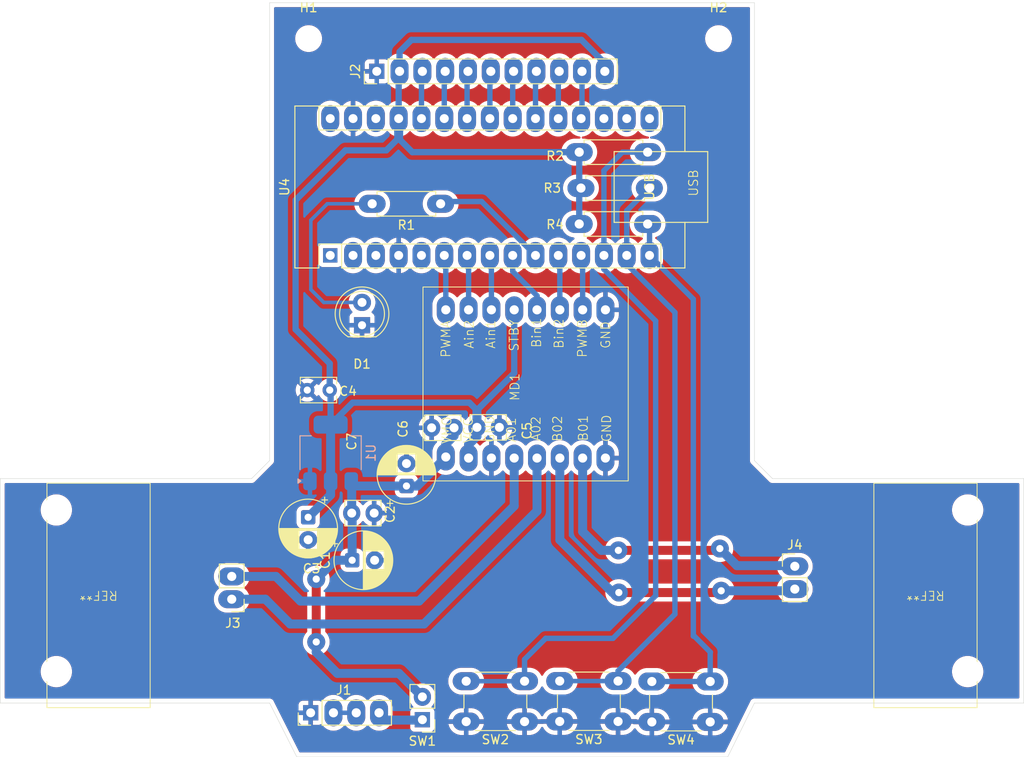
<source format=kicad_pcb>
(kicad_pcb (version 20241229) (generator "pcbnew") (generator_version "9.0")
  (layers (0 "F.Cu" signal) (2 "B.Cu" signal) (13 "F.Paste" user) (15 "B.Paste" user) (5 "F.SilkS" user "F.Silkscreen") (7 "B.SilkS" user "B.Silkscreen") (1 "F.Mask" user) (3 "B.Mask" user) (25 "Edge.Cuts" user))
  (net 0 "")
  (net 1 "/A3")
  (net 2 "/A1")
  (net 3 "/A6")
  (net 4 "/A0")
  (net 5 "/A5")
  (net 6 "/A7")
  (net 7 "/A4")
  (net 8 "GND")
  (net 9 "/A2")
  (net 10 "/Bin1")
  (net 11 "/PWMA")
  (net 12 "/MR2")
  (net 13 "/Ain2")
  (net 14 "/MR1")
  (net 15 "+5V")
  (net 16 "/ML2")
  (net 17 "/Ain1")
  (net 18 "/ML1")
  (net 19 "/Bin2")
  (net 20 "+7.5V")
  (net 21 "/PWMB")
  (net 22 "/SW1")
  (net 23 "/SW2")
  (net 24 "/SW3")
  (net 25 "Net-(D1-A)")
  (net 26 "Net-(J1-Pin_2)")
  (net 27 "Net-(J1-Pin_4)")
  (net 28 "/LED")
  (net 32 "/RX")
  (net 35 "/TX")
  (footprint "MountingHole:MountingHole_2.5mm" (layer "F.Cu") (at 173.7044 58.3524)
    (property "Reference" "H2" (at 0 -3.45 0) (layer "F.SilkS"))
    (property "Value" "MountingHole")
    (pad "" np_thru_hole circle (at 0 0) (size 2.5 2.5) (drill 2.5) (layers "*.Cu" "*.Mask"))
  )
  (footprint "Resistor_THT:R_Axial_DIN0207_L6.3mm_D2.5mm_P7.62mm_Horizontal" (layer "F.Cu") (at 165.81 71 180)
    (property "Reference" "R2" (at 10.31 -0.436 0) (layer "F.SilkS"))
    (property "Value" "10K")
    (pad "1" thru_hole oval (at 0 0 180) (size 3 2) (drill 1.02) (layers "*.Cu" "*.Mask") (net 22 "/SW1"))
    (pad "2" thru_hole oval (at 7.62 0 180) (size 3 2) (drill 1.02) (layers "*.Cu" "*.Mask") (net 15 "+5V"))
  )
  (footprint "MountingHole:MountingHole_2.5mm" (layer "F.Cu") (at 128.05 58.3524)
    (property "Reference" "H1" (at 0 -3.45 0) (layer "F.SilkS"))
    (property "Value" "MountingHole")
    (pad "" np_thru_hole circle (at 0 0) (size 2.5 2.5) (drill 2.5) (layers "*.Cu" "*.Mask"))
  )
  (footprint "prashantkicadlibrary:Motor Brackets" (layer "F.Cu") (at 196.7528 119.3688 180)
    (property "Reference" "REF**" (at 0 -1 180) (layer "F.SilkS") (effects (font (thickness 0.1))))
    (property "Value" "Motor Brackets")
    (pad "" np_thru_hole circle (at -4.7016 -9.4836 180) (size 3 3) (drill 3) (layers "*.Cu" "*.Mask"))
    (pad "" np_thru_hole circle (at -4.7016 8.5164 180) (size 3 3) (drill 3) (layers "*.Cu" "*.Mask"))
  )
  (footprint "Connector_PinHeader_2.54mm:PinHeader_1x02_P2.54mm_Vertical" (layer "F.Cu") (at 119.488 120.7912 180)
    (property "Reference" "J3" (at -0.127 -2.662 0) (layer "F.SilkS"))
    (property "Value" "Motor_Left")
    (pad "1" thru_hole oval (at 0 0 180) (size 3 2) (drill 1.02) (layers "*.Cu" "*.Mask") (net 16 "/ML2"))
    (pad "2" thru_hole oval (at 0 2.54 180) (size 3 2) (drill 1.02) (layers "*.Cu" "*.Mask") (net 18 "/ML1"))
  )
  (footprint "Button_Switch_THT:SW_PUSH_6mm" (layer "F.Cu") (at 152.1004 134.4204 180)
    (property "Reference" "SW2" (at 3.25 -2 0) (layer "F.SilkS"))
    (property "Value" "SW_Push")
    (pad "1" thru_hole oval (at 0 0 180) (size 3 2) (drill 1.02) (layers "*.Cu" "*.Mask") (net 8 "GND"))
    (pad "1" thru_hole oval (at 6.5 0 180) (size 3 2) (drill 1.02) (layers "*.Cu" "*.Mask") (net 8 "GND"))
    (pad "2" thru_hole oval (at 0 4.5 180) (size 3 2) (drill 1.02) (layers "*.Cu" "*.Mask") (net 22 "/SW1"))
    (pad "2" thru_hole oval (at 6.5 4.5 180) (size 3 2) (drill 1.02) (layers "*.Cu" "*.Mask") (net 22 "/SW1"))
  )
  (footprint "Connector_PinHeader_2.54mm:PinHeader_1x04_P2.54mm_Vertical" (layer "F.Cu") (at 128.2764 133.4404 90)
    (property "Reference" "J1" (at 2.54 3.683 180) (layer "F.SilkS"))
    (property "Value" "Power_supply")
    (pad "1" thru_hole rect (at 0 0 90) (size 1.7 1.7) (drill 1) (layers "*.Cu" "*.Mask") (net 8 "GND"))
    (pad "2" thru_hole oval (at 0 2.54 90) (size 3 2) (drill 1.02) (layers "*.Cu" "*.Mask") (net 26 "Net-(J1-Pin_2)"))
    (pad "3" thru_hole oval (at 0 5.08 90) (size 3 2) (drill 1.02) (layers "*.Cu" "*.Mask") (net 26 "Net-(J1-Pin_2)"))
    (pad "4" thru_hole oval (at 0 7.62 90) (size 3 2) (drill 1.02) (layers "*.Cu" "*.Mask") (net 27 "Net-(J1-Pin_4)"))
  )
  (footprint "Connector_PinHeader_2.54mm:PinHeader_1x02_P2.54mm_Vertical" (layer "F.Cu") (at 182.2 117.125)
    (property "Reference" "J4" (at 0 -2.38 0) (layer "F.SilkS"))
    (property "Value" "Motor_Right")
    (pad "1" thru_hole oval (at 0 0) (size 3 2) (drill 1.02) (layers "*.Cu" "*.Mask") (net 12 "/MR2"))
    (pad "2" thru_hole oval (at 0 2.54) (size 3 2) (drill 1.02) (layers "*.Cu" "*.Mask") (net 14 "/MR1"))
  )
  (footprint "Capacitor_THT:CP_Radial_D6.3mm_P2.50mm" (layer "F.Cu") (at 132.9 116.45)
    (property "Reference" "C1" (at -3.00862 0 90) (layer "F.SilkS"))
    (property "Value" "10uf")
    (pad "1" thru_hole roundrect (at 0 0) (size 1.6 1.6) (drill 0.8) (layers "*.Cu" "*.Mask") (roundrect_rratio 0.15625) (net 20 "+7.5V"))
    (pad "2" thru_hole oval (at 2.5 0) (size 1.905 2) (drill 1) (layers "*.Cu" "*.Mask") (net 8 "GND"))
  )
  (footprint "Connector_PinHeader_2.54mm:PinHeader_1x02_P2.54mm_Vertical" (layer "F.Cu") (at 140.7224 134.2074 180)
    (property "Reference" "SW1" (at 0 -2.38 0) (layer "F.SilkS"))
    (property "Value" "SW_SPST")
    (pad "1" thru_hole rect (at 0 0 180) (size 1.7 1.7) (drill 1) (layers "*.Cu" "*.Mask") (net 27 "Net-(J1-Pin_4)"))
    (pad "2" thru_hole oval (at 0 2.54 180) (size 1.905 2) (drill 1) (layers "*.Cu" "*.Mask") (net 20 "+7.5V"))
  )
  (footprint "LED_THT:LED_D5.0mm" (layer "F.Cu") (at 134 90.275 90)
    (property "Reference" "D1" (at -4.318 0 180) (layer "F.SilkS"))
    (property "Value" "LED")
    (pad "1" thru_hole rect (at 0 0 90) (size 1.8 1.8) (drill 0.9) (layers "*.Cu" "*.Mask") (net 8 "GND"))
    (pad "2" thru_hole oval (at 2.54 0 90) (size 1.905 2) (drill 1) (layers "*.Cu" "*.Mask") (net 25 "Net-(D1-A)"))
  )
  (footprint "micromouse1.0:tbfng motor driver" (layer "F.Cu") (at 152.2192 97.45 90)
    (property "Reference" "MD1" (at 0.3 -1.2 90) (layer "F.SilkS") (effects (font (thickness 0.1))))
    (property "Value" "~")
    (fp_text user "GND" (at 4.5 9.5 90) (layer "F.SilkS") (effects (font (thickness 0.1)) (justify left bottom)))
    (fp_text user "PWMA" (at 3.5 -8.3 90) (layer "F.SilkS") (effects (font (thickness 0.1)) (justify left bottom)))
    (fp_text user "B01" (at -5.8 7 90) (layer "F.SilkS") (effects (font (thickness 0.1)) (justify left bottom)))
    (fp_text user "Bin1" (at 4.6 1.8 90) (layer "F.SilkS") (effects (font (thickness 0.1)) (justify left bottom)))
    (fp_text user "A02" (at -5.8 1.740482 90) (layer "F.SilkS") (effects (font (thickness 0.1)) (justify left bottom)))
    (fp_text user "STBY" (at 4.2 -0.7 90) (layer "F.SilkS") (effects (font (thickness 0.1)) (justify left bottom)))
    (fp_text user "B02" (at -5.86064 4.135764 90) (layer "F.SilkS") (effects (font (thickness 0.1)) (justify left bottom)))
    (fp_text user "Bin2" (at 4.5 4.3 90) (layer "F.SilkS") (effects (font (thickness 0.1)) (justify left bottom)))
    (fp_text user "PWMB" (at 3.5 6.9 90) (layer "F.SilkS") (effects (font (thickness 0.1)) (justify left bottom)))
    (fp_text user "VMO" (at -6.1 -8.2 90) (layer "F.SilkS") (effects (font (thickness 0.1)) (justify left bottom)))
    (fp_text user "A01" (at -5.927114 -1.006122 90) (layer "F.SilkS") (effects (font (thickness 0.1)) (justify left bottom)))
    (fp_text user "Ain1" (at 4.5 -3.3 90) (layer "F.SilkS") (effects (font (thickness 0.1)) (justify left bottom)))
    (fp_text user "GND" (at -5.986263 -3.401675 90) (layer "F.SilkS") (effects (font (thickness 0.1)) (justify left bottom)))
    (fp_text user "Ain2" (at 4.5 -5.7 90) (layer "F.SilkS") (effects (font (thickness 0.1)) (justify left bottom)))
    (fp_text user "GND" (at -5.9 9.6 90) (layer "F.SilkS") (effects (font (thickness 0.1)) (justify left bottom)))
    (fp_text user "VCC" (at -6.021405 -5.809036 90) (layer "F.SilkS") (effects (font (thickness 0.1)) (justify left bottom)))
    (pad "1" thru_hole oval (at -7.5 -8.89 90) (size 3 2) (drill 1.02) (layers "*.Cu" "*.Mask") (net 20 "+7.5V"))
    (pad "2" thru_hole oval (at -7.62 -6.35 90) (size 3 2) (drill 1.02) (layers "*.Cu" "*.Mask") (net 15 "+5V"))
    (pad "3" thru_hole oval (at -7.62 -3.81 90) (size 3 2) (drill 1.02) (layers "*.Cu" "*.Mask") (net 8 "GND"))
    (pad "4" thru_hole oval (at -7.62 -1.27 90) (size 3 2) (drill 1.02) (layers "*.Cu" "*.Mask") (net 18 "/ML1"))
    (pad "5" thru_hole oval (at -7.62 1.27 90) (size 3 2) (drill 1.02) (layers "*.Cu" "*.Mask") (net 16 "/ML2"))
    (pad "6" thru_hole oval (at -7.62 3.81 90) (size 3 2) (drill 1.02) (layers "*.Cu" "*.Mask") (net 14 "/MR1"))
    (pad "7" thru_hole oval (at -7.62 6.35 90) (size 3 2) (drill 1.02) (layers "*.Cu" "*.Mask") (net 12 "/MR2"))
    (pad "8" thru_hole oval (at -7.62 8.89 90) (size 3 2) (drill 1.02) (layers "*.Cu" "*.Mask") (net 8 "GND"))
    (pad "9" thru_hole oval (at 8.89 8.89 90) (size 3 2) (drill 1.02) (layers "*.Cu" "*.Mask") (net 8 "GND"))
    (pad "10" thru_hole oval (at 8.89 6.35 90) (size 3 2) (drill 1.02) (layers "*.Cu" "*.Mask") (net 21 "/PWMB"))
    (pad "11" thru_hole oval (at 8.89 3.81 90) (size 3 2) (drill 1.02) (layers "*.Cu" "*.Mask") (net 19 "/Bin2"))
    (pad "12" thru_hole oval (at 8.89 1.27 90) (size 3 2) (drill 1.02) (layers "*.Cu" "*.Mask") (net 10 "/Bin1"))
    (pad "13" thru_hole oval (at 8.89 -1.27 90) (size 3 2) (drill 1.02) (layers "*.Cu" "*.Mask") (net 15 "+5V"))
    (pad "14" thru_hole oval (at 8.89 -3.81 90) (size 3 2) (drill 1.02) (layers "*.Cu" "*.Mask") (net 17 "/Ain1"))
    (pad "15" thru_hole oval (at 8.89 -6.35 90) (size 3 2) (drill 1.02) (layers "*.Cu" "*.Mask") (net 13 "/Ain2"))
    (pad "16" thru_hole oval (at 8.89 -8.89 90) (size 3 2) (drill 1.02) (layers "*.Cu" "*.Mask") (net 11 "/PWMA"))
  )
  (footprint "Capacitor_THT:C_Disc_D3.8mm_W2.6mm_P2.50mm" (layer "F.Cu") (at 149.3 101.65 180)
    (property "Reference" "C5" (at -3.068 -0.381 90) (layer "F.SilkS"))
    (property "Value" "100nf")
    (pad "1" thru_hole oval (at 0 0 180) (size 1.905 2) (drill 1) (layers "*.Cu" "*.Mask") (net 8 "GND"))
    (pad "2" thru_hole oval (at 2.5 0 180) (size 1.905 2) (drill 1) (layers "*.Cu" "*.Mask") (net 15 "+5V"))
  )
  (footprint "Resistor_THT:R_Axial_DIN0207_L6.3mm_D2.5mm_P7.62mm_Horizontal" (layer "F.Cu") (at 166 75 180)
    (property "Reference" "R3" (at 10.81 0 0) (layer "F.SilkS"))
    (property "Value" "10K")
    (pad "1" thru_hole oval (at 0 0 180) (size 3 2) (drill 1.02) (layers "*.Cu" "*.Mask") (net 23 "/SW2"))
    (pad "2" thru_hole oval (at 7.62 0 180) (size 3 2) (drill 1.02) (layers "*.Cu" "*.Mask") (net 15 "+5V"))
  )
  (footprint "Resistor_THT:R_Axial_DIN0207_L6.3mm_D2.5mm_P7.62mm_Horizontal" (layer "F.Cu") (at 165.81 79 180)
    (property "Reference" "R4" (at 10.31 -0.064 0) (layer "F.SilkS"))
    (property "Value" "10K")
    (pad "1" thru_hole oval (at 0 0 180) (size 3 2) (drill 1.02) (layers "*.Cu" "*.Mask") (net 24 "/SW3"))
    (pad "2" thru_hole oval (at 7.62 0 180) (size 3 2) (drill 1.02) (layers "*.Cu" "*.Mask") (net 15 "+5V"))
  )
  (footprint "Capacitor_THT:C_Disc_D3.8mm_W2.6mm_P2.50mm" (layer "F.Cu") (at 132.85 111.2)
    (property "Reference" "C2" (at 4.27038 0.127 90) (layer "F.SilkS"))
    (property "Value" "100nf")
    (pad "1" thru_hole oval (at 0 0) (size 1.905 2) (drill 1) (layers "*.Cu" "*.Mask") (net 20 "+7.5V"))
    (pad "2" thru_hole oval (at 2.5 0) (size 1.905 2) (drill 1) (layers "*.Cu" "*.Mask") (net 8 "GND"))
  )
  (footprint "Capacitor_THT:CP_Radial_D6.3mm_P2.50mm" (layer "F.Cu") (at 128 111.667621 -90)
    (property "Reference" "C3" (at 5.715 -0.381 0) (layer "F.SilkS"))
    (property "Value" "10uF")
    (pad "1" thru_hole roundrect (at 0 0 270) (size 1.6 1.6) (drill 0.8) (layers "*.Cu" "*.Mask") (roundrect_rratio 0.15625) (net 15 "+5V"))
    (pad "2" thru_hole oval (at 2.5 0 270) (size 1.905 2) (drill 1) (layers "*.Cu" "*.Mask") (net 8 "GND"))
  )
  (footprint "Capacitor_THT:C_Disc_D3.8mm_W2.6mm_P2.50mm" (layer "F.Cu") (at 130.4014 97.5 180)
    (property "Reference" "C4" (at -2.032 -0.127 0) (layer "F.SilkS"))
    (property "Value" "100nf")
    (pad "1" thru_hole circle (at 0 0 180) (size 1.6 1.6) (drill 0.8) (layers "*.Cu" "*.Mask") (net 15 "+5V"))
    (pad "2" thru_hole circle (at 2.5 0 180) (size 1.6 1.6) (drill 0.8) (layers "*.Cu" "*.Mask") (net 8 "GND"))
  )
  (footprint "Resistor_THT:R_Axial_DIN0207_L6.3mm_D2.5mm_P7.62mm_Horizontal" (layer "F.Cu") (at 142.75 76.75 180)
    (property "Reference" "R1" (at 3.81 -2.37 0) (layer "F.SilkS"))
    (property "Value" "100")
    (pad "1" thru_hole oval (at 0 0 180) (size 3 2) (drill 1.02) (layers "*.Cu" "*.Mask") (net 28 "/LED"))
    (pad "2" thru_hole oval (at 7.62 0 180) (size 3 2) (drill 1.02) (layers "*.Cu" "*.Mask") (net 25 "Net-(D1-A)"))
  )
  (footprint "Capacitor_THT:CP_Radial_D6.3mm_P2.50mm" (layer "F.Cu") (at 138.95 108.18238 90)
    (property "Reference" "C7" (at 4.953 -6.096 90) (layer "F.SilkS"))
    (property "Value" "100uf")
    (pad "1" thru_hole roundrect (at 0 0 90) (size 1.6 1.6) (drill 0.8) (layers "*.Cu" "*.Mask") (roundrect_rratio 0.15625) (net 20 "+7.5V"))
    (pad "2" thru_hole oval (at 2.5 0 90) (size 1.905 2) (drill 1) (layers "*.Cu" "*.Mask") (net 8 "GND"))
  )
  (footprint "prashantkicadlibrary:Motor Brackets" (layer "F.Cu") (at 104.656 119.3688 180)
    (property "Reference" "REF**" (at 0 -1 180) (layer "F.SilkS") (effects (font (thickness 0.1))))
    (property "Value" "Motor Brackets")
    (pad "" np_thru_hole circle (at 4.7016 -9.4836 180) (size 3 3) (drill 3) (layers "*.Cu" "*.Mask"))
    (pad "" np_thru_hole circle (at 4.7016 8.5164 180) (size 3 3) (drill 3) (layers "*.Cu" "*.Mask"))
  )
  (footprint "Connector_PinHeader_2.54mm:PinHeader_1x11_P2.54mm_Vertical" (layer "F.Cu") (at 135.64 62 90)
    (property "Reference" "J2" (at 0 -2.38 90) (layer "F.SilkS"))
    (property "Value" "Conn_01x11_Pin")
    (pad "1" thru_hole rect (at 0 0 90) (size 1.7 1.7) (drill 1) (layers "*.Cu" "*.Mask") (net 8 "GND"))
    (pad "2" thru_hole oval (at 0 2.54 90) (size 3 2) (drill 1.02) (layers "*.Cu" "*.Mask") (net 15 "+5V"))
    (pad "3" thru_hole oval (at 0 5.08 90) (size 3 2) (drill 1.02) (layers "*.Cu" "*.Mask") (net 6 "/A7"))
    (pad "4" thru_hole oval (at 0 7.62 90) (size 3 2) (drill 1.02) (layers "*.Cu" "*.Mask") (net 3 "/A6"))
    (pad "5" thru_hole oval (at 0 10.16 90) (size 3 2) (drill 1.02) (layers "*.Cu" "*.Mask") (net 5 "/A5"))
    (pad "6" thru_hole oval (at 0 12.7 90) (size 3 2) (drill 1.02) (layers "*.Cu" "*.Mask") (net 7 "/A4"))
    (pad "7" thru_hole oval (at 0 15.24 90) (size 3 2) (drill 1.02) (layers "*.Cu" "*.Mask") (net 1 "/A3"))
    (pad "8" thru_hole oval (at 0 17.78 90) (size 3 2) (drill 1.02) (layers "*.Cu" "*.Mask") (net 9 "/A2"))
    (pad "9" thru_hole oval (at 0 20.32 90) (size 3 2) (drill 1.02) (layers "*.Cu" "*.Mask") (net 2 "/A1"))
    (pad "10" thru_hole oval (at 0 22.86 90) (size 3 2) (drill 1.02) (layers "*.Cu" "*.Mask") (net 4 "/A0"))
    (pad "11" thru_hole oval (at 0 25.4 90) (size 3 2) (drill 1.02) (layers "*.Cu" "*.Mask") (net 15 "+5V"))
  )
  (footprint "Capacitor_THT:C_Disc_D3.8mm_W2.6mm_P2.50mm" (layer "F.Cu") (at 144.25 101.7 180)
    (property "Reference" "C6" (at 5.695 -0.127 90) (layer "F.SilkS"))
    (property "Value" "100nf")
    (pad "1" thru_hole oval (at 0 0 180) (size 1.905 2) (drill 1) (layers "*.Cu" "*.Mask") (net 20 "+7.5V"))
    (pad "2" thru_hole oval (at 2.5 0 180) (size 1.905 2) (drill 1) (layers "*.Cu" "*.Mask") (net 8 "GND"))
  )
  (footprint "Button_Switch_THT:SW_PUSH_6mm" (layer "F.Cu") (at 172.7772 134.4564 180)
    (property "Reference" "SW4" (at 3.25 -2 0) (layer "F.SilkS"))
    (property "Value" "SW_Push")
    (pad "1" thru_hole oval (at 0 0 180) (size 3 2) (drill 1.02) (layers "*.Cu" "*.Mask") (net 8 "GND"))
    (pad "1" thru_hole oval (at 6.5 0 180) (size 3 2) (drill 1.02) (layers "*.Cu" "*.Mask") (net 8 "GND"))
    (pad "2" thru_hole oval (at 0 4.5 180) (size 3 2) (drill 1.02) (layers "*.Cu" "*.Mask") (net 24 "/SW3"))
    (pad "2" thru_hole oval (at 6.5 4.5 180) (size 3 2) (drill 1.02) (layers "*.Cu" "*.Mask") (net 24 "/SW3"))
  )
  (footprint "Module:Arduino_Nano" (layer "F.Cu") (at 130.46 82.5 90)
    (property "Reference" "U4" (at 7.62 -5.08 90) (layer "F.SilkS"))
    (property "Value" "ARDUINO_NANO")
    (fp_text user "USB" (at 7.62 35.56 90) (layer "F.SilkS"))
    (pad "1" thru_hole rect (at 0 0 90) (size 1.6 1.6) (drill 1) (layers "*.Cu" "*.Mask") (net 32 "/RX"))
    (pad "2" thru_hole oval (at 0 2.54 90) (size 3 2) (drill 1) (layers "*.Cu" "*.Mask") (net 35 "/TX"))
    (pad "3" thru_hole oval (at 0 5.08 90) (size 3 2) (drill 1) (layers "*.Cu" "*.Mask"))
    (pad "4" thru_hole oval (at 0 7.62 90) (size 3 2) (drill 1) (layers "*.Cu" "*.Mask") (net 8 "GND"))
    (pad "5" thru_hole oval (at 0 10.16 90) (size 3 2) (drill 1) (layers "*.Cu" "*.Mask"))
    (pad "6" thru_hole oval (at 0 12.7 90) (size 3 2) (drill 1) (layers "*.Cu" "*.Mask") (net 11 "/PWMA"))
    (pad "7" thru_hole oval (at 0 15.24 90) (size 3 2) (drill 1) (layers "*.Cu" "*.Mask") (net 13 "/Ain2"))
    (pad "8" thru_hole oval (at 0 17.78 90) (size 3 2) (drill 1) (layers "*.Cu" "*.Mask") (net 17 "/Ain1"))
    (pad "9" thru_hole oval (at 0 20.32 90) (size 3 2) (drill 1) (layers "*.Cu" "*.Mask") (net 10 "/Bin1"))
    (pad "10" thru_hole oval (at 0 22.86 90) (size 3 2) (drill 1) (layers "*.Cu" "*.Mask") (net 28 "/LED"))
    (pad "11" thru_hole oval (at 0 25.4 90) (size 3 2) (drill 1) (layers "*.Cu" "*.Mask") (net 19 "/Bin2"))
    (pad "12" thru_hole oval (at 0 27.94 90) (size 3 2) (drill 1) (layers "*.Cu" "*.Mask") (net 21 "/PWMB"))
    (pad "13" thru_hole oval (at 0 30.48 90) (size 3 2) (drill 1) (layers "*.Cu" "*.Mask") (net 22 "/SW1"))
    (pad "14" thru_hole oval (at 0 33.02 90) (size 3 2) (drill 1) (layers "*.Cu" "*.Mask") (net 23 "/SW2"))
    (pad "15" thru_hole oval (at 0 35.56 90) (size 3 2) (drill 1) (layers "*.Cu" "*.Mask") (net 24 "/SW3"))
    (pad "16" thru_hole oval (at 15.24 35.56 90) (size 3 2) (drill 1) (layers "*.Cu" "*.Mask"))
    (pad "17" thru_hole oval (at 15.24 33.02 90) (size 3 2) (drill 1) (layers "*.Cu" "*.Mask"))
    (pad "18" thru_hole oval (at 15.24 30.48 90) (size 3 2) (drill 1) (layers "*.Cu" "*.Mask"))
    (pad "19" thru_hole oval (at 15.24 27.94 90) (size 3 2) (drill 1) (layers "*.Cu" "*.Mask") (net 4 "/A0"))
    (pad "20" thru_hole oval (at 15.24 25.4 90) (size 3 2) (drill 1) (layers "*.Cu" "*.Mask") (net 2 "/A1"))
    (pad "21" thru_hole oval (at 15.24 22.86 90) (size 3 2) (drill 1) (layers "*.Cu" "*.Mask") (net 9 "/A2"))
    (pad "22" thru_hole oval (at 15.24 20.32 90) (size 3 2) (drill 1) (layers "*.Cu" "*.Mask") (net 1 "/A3"))
    (pad "23" thru_hole oval (at 15.24 17.78 90) (size 3 2) (drill 1) (layers "*.Cu" "*.Mask") (net 7 "/A4"))
    (pad "24" thru_hole oval (at 15.24 15.24 90) (size 3 2) (drill 1) (layers "*.Cu" "*.Mask") (net 5 "/A5"))
    (pad "25" thru_hole oval (at 15.24 12.7 90) (size 3 2) (drill 1) (layers "*.Cu" "*.Mask") (net 3 "/A6"))
    (pad "26" thru_hole oval (at 15.24 10.16 90) (size 3 2) (drill 1) (layers "*.Cu" "*.Mask") (net 6 "/A7"))
    (pad "27" thru_hole oval (at 15.24 7.62 90) (size 3 2) (drill 1) (layers "*.Cu" "*.Mask") (net 15 "+5V"))
    (pad "28" thru_hole oval (at 15.24 5.08 90) (size 3 2) (drill 1) (layers "*.Cu" "*.Mask"))
    (pad "29" thru_hole oval (at 15.24 2.54 90) (size 3 2) (drill 1) (layers "*.Cu" "*.Mask") (net 8 "GND"))
    (pad "30" thru_hole oval (at 15.24 0 90) (size 3 2) (drill 1) (layers "*.Cu" "*.Mask"))
  )
  (footprint "Button_Switch_THT:SW_PUSH_6mm" (layer "F.Cu") (at 162.5156 134.4056 180)
    (property "Reference" "SW3" (at 3.25 -2 0) (layer "F.SilkS"))
    (property "Value" "SW_Push")
    (pad "1" thru_hole oval (at 0 0 180) (size 3 2) (drill 1.02) (layers "*.Cu" "*.Mask") (net 8 "GND"))
    (pad "1" thru_hole oval (at 6.5 0 180) (size 3 2) (drill 1.02) (layers "*.Cu" "*.Mask") (net 8 "GND"))
    (pad "2" thru_hole oval (at 0 4.5 180) (size 3 2) (drill 1.02) (layers "*.Cu" "*.Mask") (net 23 "/SW2"))
    (pad "2" thru_hole oval (at 6.5 4.5 180) (size 3 2) (drill 1.02) (layers "*.Cu" "*.Mask") (net 23 "/SW2"))
  )
  (footprint "Package_TO_SOT_SMD:SOT-223-3_TabPin2" (layer "B.Cu") (at 130.5 104.5 180)
    (property "Reference" "U1" (at -4.5 0 90) (layer "B.SilkS") (effects (justify mirror)))
    (property "Value" "AMS1117-5.0")
    (pad "1" smd roundrect (at 2.3 -3.15 270) (size 2 1.5) (layers "B.Cu" "B.Mask" "B.Paste") (net 8 "GND"))
    (pad "2" smd roundrect (at 0 -3.15 270) (size 2 1.5) (layers "B.Cu" "B.Mask" "B.Paste") (net 15 "+5V"))
    (pad "2" smd roundrect (at 0 3.15 270) (size 2 3.8) (layers "B.Cu" "B.Mask" "B.Paste") (net 15 "+5V"))
    (pad "3" smd roundrect (at -2.3 -3.15 270) (size 2 1.5) (layers "B.Cu" "B.Mask" "B.Paste") (net 20 "+7.5V"))
  )
  (gr_line (start 177.7044 105.3524) (end 179.7044 107.3524) (stroke (width 0.05)) (layer "Edge.Cuts"))
  (gr_line (start 93.7044 132.3524) (end 123.7044 132.3524) (stroke (width 0.05)) (layer "Edge.Cuts"))
  (gr_line (start 179.7044 107.3524) (end 207.7044 107.3524) (stroke (width 0.05)) (layer "Edge.Cuts"))
  (gr_line (start 123.7044 54.3524) (end 177.7044 54.3524) (stroke (width 0.05)) (layer "Edge.Cuts"))
  (gr_line (start 123.7044 54.3524) (end 123.7044 105.3524) (stroke (width 0.05)) (layer "Edge.Cuts"))
  (gr_line (start 121.7044 107.3524) (end 123.7044 105.3524) (stroke (width 0.05)) (layer "Edge.Cuts"))
  (gr_line (start 126.73 138.3524) (end 123.7044 132.3524) (stroke (width 0.05)) (layer "Edge.Cuts"))
  (gr_line (start 177.7044 54.3524) (end 177.7044 105.3524) (stroke (width 0.05)) (layer "Edge.Cuts"))
  (gr_line (start 177.7044 132.3524) (end 174.73 138.3524) (stroke (width 0.05)) (layer "Edge.Cuts"))
  (gr_line (start 177.7044 132.3524) (end 207.7044 132.3524) (stroke (width 0.05)) (layer "Edge.Cuts"))
  (gr_line (start 93.7044 107.3524) (end 93.7044 132.3524) (stroke (width 0.05)) (layer "Edge.Cuts"))
  (gr_line (start 126.73 138.3524) (end 174.73 138.3524) (stroke (width 0.05)) (layer "Edge.Cuts"))
  (gr_line (start 121.7044 107.3524) (end 93.7044 107.3524) (stroke (width 0.05)) (layer "Edge.Cuts"))
  (gr_line (start 207.7044 107.3524) (end 207.7044 132.3524) (stroke (width 0.05)) (layer "Edge.Cuts"))
  (gr_text "USB" (at 171.5 76 90) (layer "F.SilkS") (effects (font (size 1 1) (thickness 0.1)) (justify left bottom)))
  (segment (start 150.78 62.1) (end 150.88 62) (width 0.4) (layer "B.Cu") (net 1))
  (segment (start 150.78 67.26) (end 150.78 62.1) (width 0.6) (layer "B.Cu") (net 1))
  (segment (start 155.86 62.1) (end 155.96 62) (width 0.4) (layer "B.Cu") (net 2))
  (segment (start 155.86 67.26) (end 155.86 62.1) (width 0.6) (layer "B.Cu") (net 2))
  (segment (start 143.16 67.26) (end 143.16 62.1) (width 0.6) (layer "B.Cu") (net 3))
  (segment (start 143.16 62.1) (end 143.26 62) (width 0.4) (layer "B.Cu") (net 3))
  (segment (start 158.4 67.26) (end 158.5 67.16) (width 0.4) (layer "B.Cu") (net 4))
  (segment (start 158.5 67.16) (end 158.5 62) (width 0.6) (layer "B.Cu") (net 4))
  (segment (start 145.7 67.26) (end 145.7 62.1) (width 0.6) (layer "B.Cu") (net 5))
  (segment (start 145.7 62.1) (end 145.8 62) (width 0.4) (layer "B.Cu") (net 5))
  (segment (start 140.62 62.1) (end 140.72 62) (width 0.4) (layer "B.Cu") (net 6))
  (segment (start 140.62 67.26) (end 140.62 62.1) (width 0.6) (layer "B.Cu") (net 6))
  (segment (start 148.24 62.1) (end 148.34 62) (width 0.4) (layer "B.Cu") (net 7))
  (segment (start 148.24 67.26) (end 148.24 62.1) (width 0.6) (layer "B.Cu") (net 7))
  (segment (start 153.32 62.1) (end 153.42 62) (width 0.4) (layer "B.Cu") (net 9))
  (segment (start 153.32 67.26) (end 153.32 62.1) (width 0.6) (layer "B.Cu") (net 9))
  (segment (start 150.78 84.28) (end 150.78 82.5) (width 0.6) (layer "B.Cu") (net 10))
  (segment (start 153.4892 86.9892) (end 150.78 84.28) (width 0.6) (layer "B.Cu") (net 10))
  (segment (start 153.4892 88.61) (end 153.4892 86.9892) (width 0.6) (layer "B.Cu") (net 10))
  (segment (start 143.3292 88.61) (end 143.3292 82.6692) (width 0.6) (layer "B.Cu") (net 11))
  (segment (start 143.3292 82.6692) (end 143.16 82.5) (width 0.6) (layer "B.Cu") (net 11))
  (segment (start 173.65 115.35) (end 173.85 115.15) (width 1) (layer "F.Cu") (net 12))
  (segment (start 162.55 115.35) (end 173.65 115.35) (width 1) (layer "F.Cu") (net 12))
  (via (at 162.55 115.35) (size 2) (drill 0.8) (layers "F.Cu" "B.Cu") (net 12))
  (via (at 173.85 115.15) (size 2) (drill 0.8) (layers "F.Cu" "B.Cu") (net 12))
  (segment (start 173.85 115.15) (end 175.75 117.05) (width 1) (layer "B.Cu") (net 12))
  (segment (start 175.75 117.05) (end 182.125 117.05) (width 1) (layer "B.Cu") (net 12))
  (segment (start 182.125 117.05) (end 182.2 117.125) (width 1) (layer "B.Cu") (net 12))
  (segment (start 160.65 115.35) (end 158.5692 113.2692) (width 1) (layer "B.Cu") (net 12))
  (segment (start 162.55 115.35) (end 160.65 115.35) (width 1) (layer "B.Cu") (net 12))
  (segment (start 158.5692 113.2692) (end 158.5692 105.12) (width 1) (layer "B.Cu") (net 12))
  (segment (start 145.8692 82.6692) (end 145.7 82.5) (width 0.6) (layer "B.Cu") (net 13))
  (segment (start 145.8692 88.61) (end 145.8692 82.6692) (width 0.6) (layer "B.Cu") (net 13))
  (segment (start 173.8 119.85) (end 174 119.85) (width 1) (layer "F.Cu") (net 14))
  (segment (start 162.6 120.05) (end 173.6 120.05) (width 1) (layer "F.Cu") (net 14))
  (segment (start 173.6 120.05) (end 173.8 119.85) (width 1) (layer "F.Cu") (net 14))
  (via (at 174 119.85) (size 2) (drill 0.8) (layers "F.Cu" "B.Cu") (net 14))
  (via (at 162.6 120.05) (size 2) (drill 0.8) (layers "F.Cu" "B.Cu") (net 14))
  (segment (start 182.015 119.85) (end 182.2 119.665) (width 1) (layer "B.Cu") (net 14))
  (segment (start 162.6 120.05) (end 161.9 120.05) (width 1) (layer "B.Cu") (net 14))
  (segment (start 161.9 120.05) (end 156.0292 114.1792) (width 1) (layer "B.Cu") (net 14))
  (segment (start 156.0292 114.1792) (end 156.0292 105.12) (width 1) (layer "B.Cu") (net 14))
  (segment (start 174 119.85) (end 182.015 119.85) (width 1) (layer "B.Cu") (net 14))
  (segment (start 158.44 58.5) (end 139.5 58.5) (width 0.7) (layer "B.Cu") (net 15))
  (segment (start 158.19 71) (end 139.6 71) (width 0.7) (layer "B.Cu") (net 15))
  (segment (start 128 111.667621) (end 130.5 109.167621) (width 1) (layer "B.Cu") (net 15))
  (segment (start 150.9492 95.5958) (end 150.9492 88.56) (width 0.7) (layer "B.Cu") (net 15))
  (segment (start 145.955 98.9) (end 146.8 99.745) (width 0.7) (layer "B.Cu") (net 15))
  (segment (start 138.18 59.82) (end 138.18 62) (width 0.7) (layer "B.Cu") (net 15))
  (segment (start 130.4014 94.5394) (end 126.6 90.738) (width 0.7) (layer "B.Cu") (net 15))
  (segment (start 130.5 109.167621) (end 130.5 107.65) (width 1) (layer "B.Cu") (net 15))
  (segment (start 146.8 101.65) (end 146.8 99.745) (width 1) (layer "B.Cu") (net 15))
  (segment (start 138.08 62.1) (end 138.18 62) (width 0.7) (layer "B.Cu") (net 15))
  (segment (start 138.08 69.48) (end 138.08 69.42) (width 0.7) (layer "B.Cu") (net 15))
  (segment (start 132.145133 70.8) (end 136.7 70.8) (width 0.7) (layer "B.Cu") (net 15))
  (segment (start 139.5 58.5) (end 138.18 59.82) (width 0.7) (layer "B.Cu") (net 15))
  (segment (start 158.19 71) (end 158.19 74.81) (width 0.7) (layer "B.Cu") (net 15))
  (segment (start 161.04 61.1) (end 158.44 58.5) (width 0.7) (layer "B.Cu") (net 15))
  (segment (start 132.95 98.9) (end 145.955 98.9) (width 0.7) (layer "B.Cu") (net 15))
  (segment (start 145.8692 105.07) (end 145.8692 103.57) (width 1) (layer "B.Cu") (net 15))
  (segment (start 138.08 67.26) (end 138.08 62.1) (width 0.7) (layer "B.Cu") (net 15))
  (segment (start 130.5 101.35) (end 130.5 97.5986) (width 0.7) (layer "B.Cu") (net 15))
  (segment (start 161.04 62) (end 161.04 61.1) (width 0.7) (layer "B.Cu") (net 15))
  (segment (start 145.8692 103.57) (end 146.8 102.6392) (width 1) (layer "B.Cu") (net 15))
  (segment (start 130.5 101.35) (end 132.95 98.9) (width 0.7) (layer "B.Cu") (net 15))
  (segment (start 138.08 69.42) (end 138.08 67.26) (width 1) (layer "B.Cu") (net 15))
  (segment (start 126.6 76.345133) (end 132.145133 70.8) (width 0.7) (layer "B.Cu") (net 15))
  (segment (start 146.8 102.6392) (end 146.8 101.65) (width 1) (layer "B.Cu") (net 15))
  (segment (start 158.19 75.19) (end 158.38 75) (width 0.7) (layer "B.Cu") (net 15))
  (segment (start 130.4014 97.5) (end 130.4014 94.5394) (width 0.7) (layer "B.Cu") (net 15))
  (segment (start 158.19 79) (end 158.19 75.19) (width 0.7) (layer "B.Cu") (net 15))
  (segment (start 139.6 71) (end 138.08 69.48) (width 0.7) (layer "B.Cu") (net 15))
  (segment (start 130.5 97.5986) (end 130.4014 97.5) (width 0.7) (layer "B.Cu") (net 15))
  (segment (start 130.5 107.65) (end 130.5 101.35) (width 1) (layer "B.Cu") (net 15))
  (segment (start 136.7 70.8) (end 138.08 69.42) (width 0.7) (layer "B.Cu") (net 15))
  (segment (start 146.8 99.745) (end 150.9492 95.5958) (width 0.7) (layer "B.Cu") (net 15))
  (segment (start 158.19 74.81) (end 158.38 75) (width 0.7) (layer "B.Cu") (net 15))
  (segment (start 126.6 90.738) (end 126.6 76.345133) (width 0.7) (layer "B.Cu") (net 15))
  (segment (start 123.2412 120.7912) (end 119.488 120.7912) (width 1) (layer "B.Cu") (net 16))
  (segment (start 140.9 123.55) (end 126 123.55) (width 1) (layer "B.Cu") (net 16))
  (segment (start 153.4892 110.9608) (end 140.9 123.55) (width 1) (layer "B.Cu") (net 16))
  (segment (start 119.6404 120.7912) (end 119.5388 120.7912) (width 1) (layer "B.Cu") (net 16))
  (segment (start 153.4892 105.12) (end 153.4892 110.9608) (width 1) (layer "B.Cu") (net 16))
  (segment (start 126 123.55) (end 123.2412 120.7912) (width 1) (layer "B.Cu") (net 16))
  (segment (start 119.9452 121.096) (end 119.6404 120.7912) (width 1) (layer "B.Cu") (net 16))
  (segment (start 148.4092 82.6692) (end 148.24 82.5) (width 0.6) (layer "B.Cu") (net 17))
  (segment (start 148.4092 88.61) (end 148.4092 82.6692) (width 0.6) (layer "B.Cu") (net 17))
  (segment (start 150.9492 105.12) (end 150.9492 110.4008) (width 1) (layer "B.Cu") (net 18))
  (segment (start 140.35 121) (end 127.15 121) (width 1) (layer "B.Cu") (net 18))
  (segment (start 124.4012 118.2512) (end 119.488 118.2512) (width 1) (layer "B.Cu") (net 18))
  (segment (start 150.9492 110.4008) (end 140.35 121) (width 1) (layer "B.Cu") (net 18))
  (segment (start 127.15 121) (end 124.4012 118.2512) (width 1) (layer "B.Cu") (net 18))
  (segment (start 156.0292 88.61) (end 156.0292 82.6692) (width 0.6) (layer "B.Cu") (net 19))
  (segment (start 156.0292 82.6692) (end 155.86 82.5) (width 0.6) (layer "B.Cu") (net 19))
  (segment (start 140.7224 131.764) (end 140.9256 131.9672) (width 1) (layer "F.Cu") (net 20))
  (segment (start 128.9 118.55) (end 128.9 125.55) (width 1) (layer "F.Cu") (net 20))
  (via (at 128.9 118.55) (size 2) (drill 0.8) (layers "F.Cu" "B.Cu") (net 20))
  (via (at 128.9 125.55) (size 2) (drill 0.8) (layers "F.Cu" "B.Cu") (net 20))
  (segment (start 132.9 116.45) (end 132.9 111.25) (width 1) (layer "B.Cu") (net 20))
  (segment (start 132.9 116.45) (end 131 116.45) (width 1) (layer "B.Cu") (net 20))
  (segment (start 128.9 125.55) (end 128.9 126.7) (width 1) (layer "B.Cu") (net 20))
  (segment (start 132.85 111.2) (end 132.85 107.7) (width 1) (layer "B.Cu") (net 20))
  (segment (start 132.9 111.25) (end 132.85 111.2) (width 1) (layer "B.Cu") (net 20))
  (segment (start 140.14682 108.18238) (end 143.3292 105) (width 1) (layer "B.Cu") (net 20))
  (segment (start 144.25 102.5792) (end 144.25 101.7) (width 1) (layer "B.Cu") (net 20))
  (segment (start 132.85 107.7) (end 132.8 107.65) (width 1) (layer "B.Cu") (net 20))
  (segment (start 143.3292 105) (end 143.3292 103.5) (width 1) (layer "B.Cu") (net 20))
  (segment (start 138.95 108.18238) (end 133.33238 108.18238) (width 1) (layer "B.Cu") (net 20))
  (segment (start 133.33238 108.18238) (end 132.8 107.65) (width 1) (layer "B.Cu") (net 20))
  (segment (start 131.25 129.05) (end 138.105 129.05) (width 1) (layer "B.Cu") (net 20))
  (segment (start 143.3292 103.5) (end 144.25 102.5792) (width 1) (layer "B.Cu") (net 20))
  (segment (start 131 116.45) (end 128.9 118.55) (width 1) (layer "B.Cu") (net 20))
  (segment (start 138.105 129.05) (end 140.7224 131.6674) (width 1) (layer "B.Cu") (net 20))
  (segment (start 138.95 108.18238) (end 140.14682 108.18238) (width 1) (layer "B.Cu") (net 20))
  (segment (start 128.9 126.7) (end 131.25 129.05) (width 1) (layer "B.Cu") (net 20))
  (segment (start 158.5692 88.61) (end 158.5692 82.6692) (width 0.6) (layer "B.Cu") (net 21))
  (segment (start 158.5692 82.6692) (end 158.4 82.5) (width 0.6) (layer "B.Cu") (net 21))
  (segment (start 160.94 82.5) (end 160.94 73.06) (width 0.6) (layer "B.Cu") (net 22))
  (segment (start 154.45 125.15) (end 161.95 125.15) (width 0.6) (layer "B.Cu") (net 22))
  (segment (start 152.1 127.5) (end 154.45 125.15) (width 0.6) (layer "B.Cu") (net 22))
  (segment (start 163 71) (end 165.81 71) (width 0.6) (layer "B.Cu") (net 22))
  (segment (start 166.7 120.4) (end 166.7 89.8) (width 0.6) (layer "B.Cu") (net 22))
  (segment (start 160.94 73.06) (end 163 71) (width 0.6) (layer "B.Cu") (net 22))
  (segment (start 152.107134 129.9204) (end 152.1 129.913266) (width 0.6) (layer "B.Cu") (net 22))
  (segment (start 152.1 129.913266) (end 152.1 127.5) (width 0.6) (layer "B.Cu") (net 22))
  (segment (start 161.95 125.15) (end 166.7 120.4) (width 0.6) (layer "B.Cu") (net 22))
  (segment (start 160.94 84.04) (end 160.94 82.5) (width 0.6) (layer "B.Cu") (net 22))
  (segment (start 145.6512 129.9204) (end 152.1512 129.9204) (width 0.5) (layer "B.Cu") (net 22))
  (segment (start 166.7 89.8) (end 160.94 84.04) (width 0.6) (layer "B.Cu") (net 22))
  (segment (start 162.5156 128.7844) (end 168.85 122.45) (width 0.6) (layer "B.Cu") (net 23))
  (segment (start 162.5156 129.9056) (end 162.5156 128.7844) (width 0.6) (layer "B.Cu") (net 23))
  (segment (start 168.85 122.45) (end 168.85 88.85) (width 0.6) (layer "B.Cu") (net 23))
  (segment (start 162.522334 129.7532) (end 162.522334 129.9056) (width 0.5) (layer "B.Cu") (net 23))
  (segment (start 156.0664 129.9056) (end 162.5664 129.9056) (width 0.5) (layer "B.Cu") (net 23))
  (segment (start 163.48 82.5) (end 163.48 77.52) (width 0.6) (layer "B.Cu") (net 23))
  (segment (start 168.85 88.85) (end 163.48 83.48) (width 0.6) (layer "B.Cu") (net 23))
  (segment (start 163.48 77.52) (end 166 75) (width 0.6) (layer "B.Cu") (net 23))
  (segment (start 163.48 83.48) (end 163.48 82.5) (width 0.6) (layer "B.Cu") (net 23))
  (segment (start 165.8522 129.8014) (end 166.0072 129.9564) (width 0.6) (layer "B.Cu") (net 24))
  (segment (start 166.02 82.5) (end 170.9 87.38) (width 0.6) (layer "B.Cu") (net 24))
  (segment (start 166.0072 129.9564) (end 173.1064 129.9564) (width 0.6) (layer "B.Cu") (net 24))
  (segment (start 172.7772 126.7228) (end 172.7772 129.9564) (width 0.6) (layer "B.Cu") (net 24))
  (segment (start 170.9 124.9) (end 171 124.9) (width 0.6) (layer "B.Cu") (net 24))
  (segment (start 166.02 82.5) (end 166.02 79.21) (width 0.6) (layer "B.Cu") (net 24))
  (segment (start 166.02 79.21) (end 165.81 79) (width 0.4) (layer "B.Cu") (net 24))
  (segment (start 170.9 87.38) (end 170.9 124.9) (width 0.6) (layer "B.Cu") (net 24))
  (segment (start 172.8 126.7) (end 172.7772 126.7228) (width 0.6) (layer "B.Cu") (net 24))
  (segment (start 171 124.9) (end 172.8 126.7) (width 0.6) (layer "B.Cu") (net 24))
  (segment (start 129.735 87.735) (end 134 87.735) (width 0.4) (layer "B.Cu") (net 25))
  (segment (start 128.3 78.58) (end 128.3 86.3) (width 0.4) (layer "B.Cu") (net 25))
  (segment (start 135.13 76.75) (end 130.13 76.75) (width 0.4) (layer "B.Cu") (net 25))
  (segment (start 130.13 76.75) (end 128.3 78.58) (width 0.4) (layer "B.Cu") (net 25))
  (segment (start 128.3 86.3) (end 129.735 87.735) (width 0.4) (layer "B.Cu") (net 25))
  (segment (start 133.4072 133.4404) (end 130.8672 133.4404) (width 0.5) (layer "B.Cu") (net 26))
  (segment (start 135.8964 133.4404) (end 136.0488 133.5928) (width 1) (layer "F.Cu") (net 27))
  (segment (start 136.665134 134.2532) (end 140.683334 134.2532) (width 1) (layer "B.Cu") (net 27))
  (segment (start 135.903134 133.4912) (end 136.665134 134.2532) (width 1) (layer "B.Cu") (net 27))
  (segment (start 140.683334 134.2532) (end 140.729134 134.2074) (width 1) (layer "B.Cu") (net 27))
  (segment (start 135.903134 133.4404) (end 135.903134 133.4912) (width 1) (layer "B.Cu") (net 27))
  (segment (start 143 76.5) (end 142.75 76.75) (width 0.6) (layer "B.Cu") (net 28))
  (segment (start 147.32 76.5) (end 143 76.5) (width 0.6) (layer "B.Cu") (net 28))
  (segment (start 153.32 82.5) (end 147.32 76.5) (width 0.6) (layer "B.Cu") (net 28))
  (zone (net 8) (net_name "GND") (layer "F.Cu") (priority 1) (connect_pads (clearance 0)) (min_thickness 0.25) (fill yes (thermal_gap 0.5) (thermal_bridge_width 0.5))
    (polygon (pts (xy 123.7 54.35) (xy 123.7 105.35) (xy 121.7 107.35) (xy 93.7 107.35) (xy 93.7 132.35) (xy 123.7 132.35) (xy 126.7 138.35) (xy 174.75 138.35) (xy 177.7 132.35) (xy 207.7 132.35) (xy 207.7 107.35) (xy 179.7 107.35) (xy 177.7 105.35) (xy 177.7 54.35)))
  )
  (zone (net 8) (net_name "GND") (layers "F.Cu" "B.Cu") (connect_pads (clearance 0)) (min_thickness 0.25) (fill yes (thermal_gap 0.5) (thermal_bridge_width 0.5))
    (polygon (pts (xy 123.7044 54.3448) (xy 177.7048 54.3956) (xy 177.7048 105.348) (xy 179.686 107.3292) (xy 207.7276 107.38) (xy 207.6768 132.3736) (xy 177.7048 132.3736) (xy 174.7076 138.368) (xy 126.7016 138.368) (xy 123.7044 132.3736) (xy 93.834 132.2212) (xy 93.7324 107.2784) (xy 121.6724 107.3292) (xy 123.7044 105.348)))
  )
)
</source>
